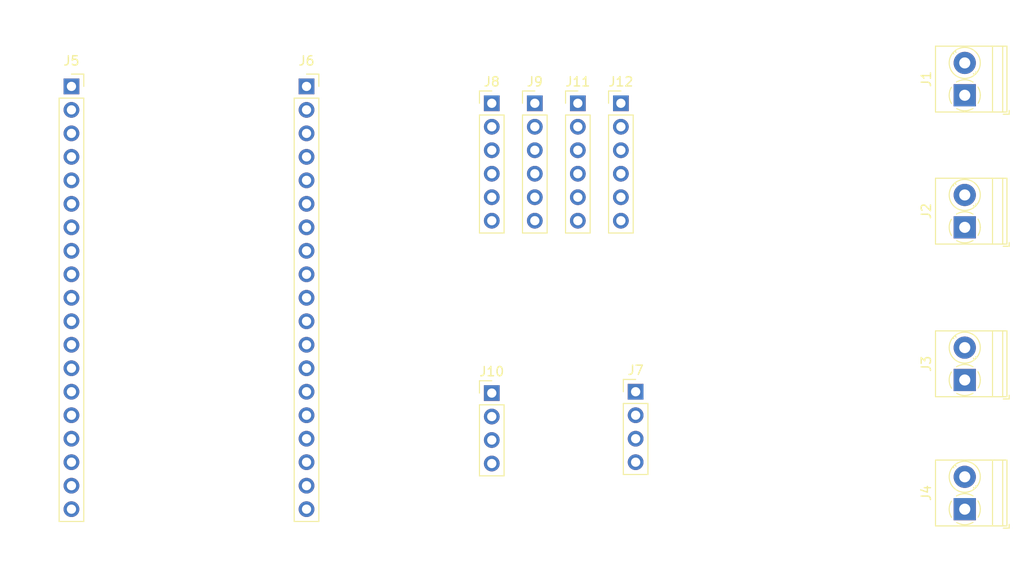
<source format=kicad_pcb>
(kicad_pcb (version 20171130) (host pcbnew "(5.1.9-0-10_14)")

  (general
    (thickness 1.6)
    (drawings 0)
    (tracks 0)
    (zones 0)
    (modules 12)
    (nets 79)
  )

  (page A4)
  (layers
    (0 F.Cu signal)
    (31 B.Cu signal)
    (32 B.Adhes user)
    (33 F.Adhes user)
    (34 B.Paste user)
    (35 F.Paste user)
    (36 B.SilkS user)
    (37 F.SilkS user)
    (38 B.Mask user)
    (39 F.Mask user)
    (40 Dwgs.User user)
    (41 Cmts.User user)
    (42 Eco1.User user)
    (43 Eco2.User user)
    (44 Edge.Cuts user)
    (45 Margin user)
    (46 B.CrtYd user)
    (47 F.CrtYd user)
    (48 B.Fab user)
    (49 F.Fab user)
  )

  (setup
    (last_trace_width 0.25)
    (trace_clearance 0.2)
    (zone_clearance 0.508)
    (zone_45_only no)
    (trace_min 0.2)
    (via_size 0.8)
    (via_drill 0.4)
    (via_min_size 0.4)
    (via_min_drill 0.3)
    (uvia_size 0.3)
    (uvia_drill 0.1)
    (uvias_allowed no)
    (uvia_min_size 0.2)
    (uvia_min_drill 0.1)
    (edge_width 0.05)
    (segment_width 0.2)
    (pcb_text_width 0.3)
    (pcb_text_size 1.5 1.5)
    (mod_edge_width 0.12)
    (mod_text_size 1 1)
    (mod_text_width 0.15)
    (pad_size 1.524 1.524)
    (pad_drill 0.762)
    (pad_to_mask_clearance 0)
    (aux_axis_origin 0 0)
    (visible_elements FFFFFF7F)
    (pcbplotparams
      (layerselection 0x010fc_ffffffff)
      (usegerberextensions false)
      (usegerberattributes true)
      (usegerberadvancedattributes true)
      (creategerberjobfile true)
      (excludeedgelayer true)
      (linewidth 0.100000)
      (plotframeref false)
      (viasonmask false)
      (mode 1)
      (useauxorigin false)
      (hpglpennumber 1)
      (hpglpenspeed 20)
      (hpglpendiameter 15.000000)
      (psnegative false)
      (psa4output false)
      (plotreference true)
      (plotvalue true)
      (plotinvisibletext false)
      (padsonsilk false)
      (subtractmaskfromsilk false)
      (outputformat 1)
      (mirror false)
      (drillshape 1)
      (scaleselection 1)
      (outputdirectory ""))
  )

  (net 0 "")
  (net 1 "Net-(J1-Pad2)")
  (net 2 "Net-(J1-Pad1)")
  (net 3 "Net-(J2-Pad2)")
  (net 4 "Net-(J2-Pad1)")
  (net 5 "Net-(J3-Pad2)")
  (net 6 "Net-(J3-Pad1)")
  (net 7 "Net-(J4-Pad2)")
  (net 8 "Net-(J4-Pad1)")
  (net 9 "Net-(J5-Pad19)")
  (net 10 "Net-(J5-Pad18)")
  (net 11 "Net-(J5-Pad17)")
  (net 12 "Net-(J5-Pad16)")
  (net 13 "Net-(J5-Pad15)")
  (net 14 "Net-(J5-Pad14)")
  (net 15 "Net-(J5-Pad13)")
  (net 16 "Net-(J5-Pad12)")
  (net 17 "Net-(J5-Pad11)")
  (net 18 "Net-(J5-Pad10)")
  (net 19 "Net-(J5-Pad9)")
  (net 20 "Net-(J5-Pad8)")
  (net 21 "Net-(J5-Pad7)")
  (net 22 "Net-(J5-Pad6)")
  (net 23 "Net-(J5-Pad5)")
  (net 24 "Net-(J5-Pad4)")
  (net 25 "Net-(J5-Pad3)")
  (net 26 "Net-(J5-Pad2)")
  (net 27 "Net-(J5-Pad1)")
  (net 28 "Net-(J6-Pad19)")
  (net 29 "Net-(J6-Pad18)")
  (net 30 "Net-(J6-Pad17)")
  (net 31 "Net-(J6-Pad16)")
  (net 32 "Net-(J6-Pad15)")
  (net 33 "Net-(J6-Pad14)")
  (net 34 "Net-(J6-Pad13)")
  (net 35 "Net-(J6-Pad12)")
  (net 36 "Net-(J6-Pad11)")
  (net 37 "Net-(J6-Pad10)")
  (net 38 "Net-(J6-Pad9)")
  (net 39 "Net-(J6-Pad8)")
  (net 40 "Net-(J6-Pad7)")
  (net 41 "Net-(J6-Pad6)")
  (net 42 "Net-(J6-Pad5)")
  (net 43 "Net-(J6-Pad4)")
  (net 44 "Net-(J6-Pad3)")
  (net 45 "Net-(J6-Pad2)")
  (net 46 "Net-(J6-Pad1)")
  (net 47 "Net-(J7-Pad4)")
  (net 48 "Net-(J7-Pad3)")
  (net 49 "Net-(J7-Pad2)")
  (net 50 "Net-(J7-Pad1)")
  (net 51 "Net-(J8-Pad6)")
  (net 52 "Net-(J8-Pad5)")
  (net 53 "Net-(J8-Pad4)")
  (net 54 "Net-(J8-Pad3)")
  (net 55 "Net-(J8-Pad2)")
  (net 56 "Net-(J8-Pad1)")
  (net 57 "Net-(J9-Pad6)")
  (net 58 "Net-(J9-Pad5)")
  (net 59 "Net-(J9-Pad4)")
  (net 60 "Net-(J9-Pad3)")
  (net 61 "Net-(J9-Pad2)")
  (net 62 "Net-(J9-Pad1)")
  (net 63 "Net-(J10-Pad4)")
  (net 64 "Net-(J10-Pad3)")
  (net 65 "Net-(J10-Pad2)")
  (net 66 "Net-(J10-Pad1)")
  (net 67 "Net-(J11-Pad6)")
  (net 68 "Net-(J11-Pad5)")
  (net 69 "Net-(J11-Pad4)")
  (net 70 "Net-(J11-Pad3)")
  (net 71 "Net-(J11-Pad2)")
  (net 72 "Net-(J11-Pad1)")
  (net 73 "Net-(J12-Pad6)")
  (net 74 "Net-(J12-Pad5)")
  (net 75 "Net-(J12-Pad4)")
  (net 76 "Net-(J12-Pad3)")
  (net 77 "Net-(J12-Pad2)")
  (net 78 "Net-(J12-Pad1)")

  (net_class Default "This is the default net class."
    (clearance 0.2)
    (trace_width 0.25)
    (via_dia 0.8)
    (via_drill 0.4)
    (uvia_dia 0.3)
    (uvia_drill 0.1)
    (add_net "Net-(J1-Pad1)")
    (add_net "Net-(J1-Pad2)")
    (add_net "Net-(J10-Pad1)")
    (add_net "Net-(J10-Pad2)")
    (add_net "Net-(J10-Pad3)")
    (add_net "Net-(J10-Pad4)")
    (add_net "Net-(J11-Pad1)")
    (add_net "Net-(J11-Pad2)")
    (add_net "Net-(J11-Pad3)")
    (add_net "Net-(J11-Pad4)")
    (add_net "Net-(J11-Pad5)")
    (add_net "Net-(J11-Pad6)")
    (add_net "Net-(J12-Pad1)")
    (add_net "Net-(J12-Pad2)")
    (add_net "Net-(J12-Pad3)")
    (add_net "Net-(J12-Pad4)")
    (add_net "Net-(J12-Pad5)")
    (add_net "Net-(J12-Pad6)")
    (add_net "Net-(J2-Pad1)")
    (add_net "Net-(J2-Pad2)")
    (add_net "Net-(J3-Pad1)")
    (add_net "Net-(J3-Pad2)")
    (add_net "Net-(J4-Pad1)")
    (add_net "Net-(J4-Pad2)")
    (add_net "Net-(J5-Pad1)")
    (add_net "Net-(J5-Pad10)")
    (add_net "Net-(J5-Pad11)")
    (add_net "Net-(J5-Pad12)")
    (add_net "Net-(J5-Pad13)")
    (add_net "Net-(J5-Pad14)")
    (add_net "Net-(J5-Pad15)")
    (add_net "Net-(J5-Pad16)")
    (add_net "Net-(J5-Pad17)")
    (add_net "Net-(J5-Pad18)")
    (add_net "Net-(J5-Pad19)")
    (add_net "Net-(J5-Pad2)")
    (add_net "Net-(J5-Pad3)")
    (add_net "Net-(J5-Pad4)")
    (add_net "Net-(J5-Pad5)")
    (add_net "Net-(J5-Pad6)")
    (add_net "Net-(J5-Pad7)")
    (add_net "Net-(J5-Pad8)")
    (add_net "Net-(J5-Pad9)")
    (add_net "Net-(J6-Pad1)")
    (add_net "Net-(J6-Pad10)")
    (add_net "Net-(J6-Pad11)")
    (add_net "Net-(J6-Pad12)")
    (add_net "Net-(J6-Pad13)")
    (add_net "Net-(J6-Pad14)")
    (add_net "Net-(J6-Pad15)")
    (add_net "Net-(J6-Pad16)")
    (add_net "Net-(J6-Pad17)")
    (add_net "Net-(J6-Pad18)")
    (add_net "Net-(J6-Pad19)")
    (add_net "Net-(J6-Pad2)")
    (add_net "Net-(J6-Pad3)")
    (add_net "Net-(J6-Pad4)")
    (add_net "Net-(J6-Pad5)")
    (add_net "Net-(J6-Pad6)")
    (add_net "Net-(J6-Pad7)")
    (add_net "Net-(J6-Pad8)")
    (add_net "Net-(J6-Pad9)")
    (add_net "Net-(J7-Pad1)")
    (add_net "Net-(J7-Pad2)")
    (add_net "Net-(J7-Pad3)")
    (add_net "Net-(J7-Pad4)")
    (add_net "Net-(J8-Pad1)")
    (add_net "Net-(J8-Pad2)")
    (add_net "Net-(J8-Pad3)")
    (add_net "Net-(J8-Pad4)")
    (add_net "Net-(J8-Pad5)")
    (add_net "Net-(J8-Pad6)")
    (add_net "Net-(J9-Pad1)")
    (add_net "Net-(J9-Pad2)")
    (add_net "Net-(J9-Pad3)")
    (add_net "Net-(J9-Pad4)")
    (add_net "Net-(J9-Pad5)")
    (add_net "Net-(J9-Pad6)")
  )

  (module TerminalBlock_Phoenix:TerminalBlock_Phoenix_PT-1,5-2-3.5-H_1x02_P3.50mm_Horizontal (layer F.Cu) (tedit 5B294F3F) (tstamp 6050DD60)
    (at 123.19 69.85 90)
    (descr "Terminal Block Phoenix PT-1,5-2-3.5-H, 2 pins, pitch 3.5mm, size 7x7.6mm^2, drill diamater 1.2mm, pad diameter 2.4mm, see , script-generated using https://github.com/pointhi/kicad-footprint-generator/scripts/TerminalBlock_Phoenix")
    (tags "THT Terminal Block Phoenix PT-1,5-2-3.5-H pitch 3.5mm size 7x7.6mm^2 drill 1.2mm pad 2.4mm")
    (path /60511B46)
    (fp_text reference J4 (at 1.75 -4.16 90) (layer F.SilkS)
      (effects (font (size 1 1) (thickness 0.15)))
    )
    (fp_text value Screw_Terminal_01x02 (at 1.75 5.56 90) (layer F.Fab)
      (effects (font (size 1 1) (thickness 0.15)))
    )
    (fp_text user %R (at 1.75 2.4 90) (layer F.Fab)
      (effects (font (size 1 1) (thickness 0.15)))
    )
    (fp_arc (start 0 0) (end -0.866 1.44) (angle -32) (layer F.SilkS) (width 0.12))
    (fp_arc (start 0 0) (end -1.44 -0.866) (angle -63) (layer F.SilkS) (width 0.12))
    (fp_arc (start 0 0) (end 0.866 -1.44) (angle -63) (layer F.SilkS) (width 0.12))
    (fp_arc (start 0 0) (end 1.425 0.891) (angle -64) (layer F.SilkS) (width 0.12))
    (fp_arc (start 0 0) (end 0 1.68) (angle -32) (layer F.SilkS) (width 0.12))
    (fp_circle (center 0 0) (end 1.5 0) (layer F.Fab) (width 0.1))
    (fp_circle (center 3.5 0) (end 5 0) (layer F.Fab) (width 0.1))
    (fp_circle (center 3.5 0) (end 5.18 0) (layer F.SilkS) (width 0.12))
    (fp_line (start -1.75 -3.1) (end 5.25 -3.1) (layer F.Fab) (width 0.1))
    (fp_line (start 5.25 -3.1) (end 5.25 4.5) (layer F.Fab) (width 0.1))
    (fp_line (start 5.25 4.5) (end -1.35 4.5) (layer F.Fab) (width 0.1))
    (fp_line (start -1.35 4.5) (end -1.75 4.1) (layer F.Fab) (width 0.1))
    (fp_line (start -1.75 4.1) (end -1.75 -3.1) (layer F.Fab) (width 0.1))
    (fp_line (start -1.75 4.1) (end 5.25 4.1) (layer F.Fab) (width 0.1))
    (fp_line (start -1.81 4.1) (end 5.31 4.1) (layer F.SilkS) (width 0.12))
    (fp_line (start -1.75 3) (end 5.25 3) (layer F.Fab) (width 0.1))
    (fp_line (start -1.81 3) (end 5.31 3) (layer F.SilkS) (width 0.12))
    (fp_line (start -1.81 -3.16) (end 5.31 -3.16) (layer F.SilkS) (width 0.12))
    (fp_line (start -1.81 4.56) (end 5.31 4.56) (layer F.SilkS) (width 0.12))
    (fp_line (start -1.81 -3.16) (end -1.81 4.56) (layer F.SilkS) (width 0.12))
    (fp_line (start 5.31 -3.16) (end 5.31 4.56) (layer F.SilkS) (width 0.12))
    (fp_line (start 1.138 -0.955) (end -0.955 1.138) (layer F.Fab) (width 0.1))
    (fp_line (start 0.955 -1.138) (end -1.138 0.955) (layer F.Fab) (width 0.1))
    (fp_line (start 4.638 -0.955) (end 2.546 1.138) (layer F.Fab) (width 0.1))
    (fp_line (start 4.455 -1.138) (end 2.363 0.955) (layer F.Fab) (width 0.1))
    (fp_line (start 4.775 -1.069) (end 4.646 -0.941) (layer F.SilkS) (width 0.12))
    (fp_line (start 2.525 1.181) (end 2.431 1.274) (layer F.SilkS) (width 0.12))
    (fp_line (start 4.57 -1.275) (end 4.476 -1.181) (layer F.SilkS) (width 0.12))
    (fp_line (start 2.355 0.941) (end 2.226 1.069) (layer F.SilkS) (width 0.12))
    (fp_line (start -2.05 4.16) (end -2.05 4.8) (layer F.SilkS) (width 0.12))
    (fp_line (start -2.05 4.8) (end -1.65 4.8) (layer F.SilkS) (width 0.12))
    (fp_line (start -2.25 -3.6) (end -2.25 5) (layer F.CrtYd) (width 0.05))
    (fp_line (start -2.25 5) (end 5.75 5) (layer F.CrtYd) (width 0.05))
    (fp_line (start 5.75 5) (end 5.75 -3.6) (layer F.CrtYd) (width 0.05))
    (fp_line (start 5.75 -3.6) (end -2.25 -3.6) (layer F.CrtYd) (width 0.05))
    (pad 2 thru_hole circle (at 3.5 0 90) (size 2.4 2.4) (drill 1.2) (layers *.Cu *.Mask)
      (net 7 "Net-(J4-Pad2)"))
    (pad 1 thru_hole rect (at 0 0 90) (size 2.4 2.4) (drill 1.2) (layers *.Cu *.Mask)
      (net 8 "Net-(J4-Pad1)"))
    (model ${KISYS3DMOD}/TerminalBlock_Phoenix.3dshapes/TerminalBlock_Phoenix_PT-1,5-2-3.5-H_1x02_P3.50mm_Horizontal.wrl
      (at (xyz 0 0 0))
      (scale (xyz 1 1 1))
      (rotate (xyz 0 0 0))
    )
  )

  (module TerminalBlock_Phoenix:TerminalBlock_Phoenix_PT-1,5-2-3.5-H_1x02_P3.50mm_Horizontal (layer F.Cu) (tedit 5B294F3F) (tstamp 6050DCF9)
    (at 123.19 55.88 90)
    (descr "Terminal Block Phoenix PT-1,5-2-3.5-H, 2 pins, pitch 3.5mm, size 7x7.6mm^2, drill diamater 1.2mm, pad diameter 2.4mm, see , script-generated using https://github.com/pointhi/kicad-footprint-generator/scripts/TerminalBlock_Phoenix")
    (tags "THT Terminal Block Phoenix PT-1,5-2-3.5-H pitch 3.5mm size 7x7.6mm^2 drill 1.2mm pad 2.4mm")
    (path /6051163B)
    (fp_text reference J3 (at 1.75 -4.16 90) (layer F.SilkS)
      (effects (font (size 1 1) (thickness 0.15)))
    )
    (fp_text value Screw_Terminal_01x02 (at 1.75 5.56 90) (layer F.Fab)
      (effects (font (size 1 1) (thickness 0.15)))
    )
    (fp_text user %R (at 1.75 2.4 90) (layer F.Fab)
      (effects (font (size 1 1) (thickness 0.15)))
    )
    (fp_arc (start 0 0) (end -0.866 1.44) (angle -32) (layer F.SilkS) (width 0.12))
    (fp_arc (start 0 0) (end -1.44 -0.866) (angle -63) (layer F.SilkS) (width 0.12))
    (fp_arc (start 0 0) (end 0.866 -1.44) (angle -63) (layer F.SilkS) (width 0.12))
    (fp_arc (start 0 0) (end 1.425 0.891) (angle -64) (layer F.SilkS) (width 0.12))
    (fp_arc (start 0 0) (end 0 1.68) (angle -32) (layer F.SilkS) (width 0.12))
    (fp_circle (center 0 0) (end 1.5 0) (layer F.Fab) (width 0.1))
    (fp_circle (center 3.5 0) (end 5 0) (layer F.Fab) (width 0.1))
    (fp_circle (center 3.5 0) (end 5.18 0) (layer F.SilkS) (width 0.12))
    (fp_line (start -1.75 -3.1) (end 5.25 -3.1) (layer F.Fab) (width 0.1))
    (fp_line (start 5.25 -3.1) (end 5.25 4.5) (layer F.Fab) (width 0.1))
    (fp_line (start 5.25 4.5) (end -1.35 4.5) (layer F.Fab) (width 0.1))
    (fp_line (start -1.35 4.5) (end -1.75 4.1) (layer F.Fab) (width 0.1))
    (fp_line (start -1.75 4.1) (end -1.75 -3.1) (layer F.Fab) (width 0.1))
    (fp_line (start -1.75 4.1) (end 5.25 4.1) (layer F.Fab) (width 0.1))
    (fp_line (start -1.81 4.1) (end 5.31 4.1) (layer F.SilkS) (width 0.12))
    (fp_line (start -1.75 3) (end 5.25 3) (layer F.Fab) (width 0.1))
    (fp_line (start -1.81 3) (end 5.31 3) (layer F.SilkS) (width 0.12))
    (fp_line (start -1.81 -3.16) (end 5.31 -3.16) (layer F.SilkS) (width 0.12))
    (fp_line (start -1.81 4.56) (end 5.31 4.56) (layer F.SilkS) (width 0.12))
    (fp_line (start -1.81 -3.16) (end -1.81 4.56) (layer F.SilkS) (width 0.12))
    (fp_line (start 5.31 -3.16) (end 5.31 4.56) (layer F.SilkS) (width 0.12))
    (fp_line (start 1.138 -0.955) (end -0.955 1.138) (layer F.Fab) (width 0.1))
    (fp_line (start 0.955 -1.138) (end -1.138 0.955) (layer F.Fab) (width 0.1))
    (fp_line (start 4.638 -0.955) (end 2.546 1.138) (layer F.Fab) (width 0.1))
    (fp_line (start 4.455 -1.138) (end 2.363 0.955) (layer F.Fab) (width 0.1))
    (fp_line (start 4.775 -1.069) (end 4.646 -0.941) (layer F.SilkS) (width 0.12))
    (fp_line (start 2.525 1.181) (end 2.431 1.274) (layer F.SilkS) (width 0.12))
    (fp_line (start 4.57 -1.275) (end 4.476 -1.181) (layer F.SilkS) (width 0.12))
    (fp_line (start 2.355 0.941) (end 2.226 1.069) (layer F.SilkS) (width 0.12))
    (fp_line (start -2.05 4.16) (end -2.05 4.8) (layer F.SilkS) (width 0.12))
    (fp_line (start -2.05 4.8) (end -1.65 4.8) (layer F.SilkS) (width 0.12))
    (fp_line (start -2.25 -3.6) (end -2.25 5) (layer F.CrtYd) (width 0.05))
    (fp_line (start -2.25 5) (end 5.75 5) (layer F.CrtYd) (width 0.05))
    (fp_line (start 5.75 5) (end 5.75 -3.6) (layer F.CrtYd) (width 0.05))
    (fp_line (start 5.75 -3.6) (end -2.25 -3.6) (layer F.CrtYd) (width 0.05))
    (pad 2 thru_hole circle (at 3.5 0 90) (size 2.4 2.4) (drill 1.2) (layers *.Cu *.Mask)
      (net 5 "Net-(J3-Pad2)"))
    (pad 1 thru_hole rect (at 0 0 90) (size 2.4 2.4) (drill 1.2) (layers *.Cu *.Mask)
      (net 6 "Net-(J3-Pad1)"))
    (model ${KISYS3DMOD}/TerminalBlock_Phoenix.3dshapes/TerminalBlock_Phoenix_PT-1,5-2-3.5-H_1x02_P3.50mm_Horizontal.wrl
      (at (xyz 0 0 0))
      (scale (xyz 1 1 1))
      (rotate (xyz 0 0 0))
    )
  )

  (module TerminalBlock_Phoenix:TerminalBlock_Phoenix_PT-1,5-2-3.5-H_1x02_P3.50mm_Horizontal (layer F.Cu) (tedit 5B294F3F) (tstamp 6050DC92)
    (at 123.19 39.37 90)
    (descr "Terminal Block Phoenix PT-1,5-2-3.5-H, 2 pins, pitch 3.5mm, size 7x7.6mm^2, drill diamater 1.2mm, pad diameter 2.4mm, see , script-generated using https://github.com/pointhi/kicad-footprint-generator/scripts/TerminalBlock_Phoenix")
    (tags "THT Terminal Block Phoenix PT-1,5-2-3.5-H pitch 3.5mm size 7x7.6mm^2 drill 1.2mm pad 2.4mm")
    (path /60510FBC)
    (fp_text reference J2 (at 1.75 -4.16 90) (layer F.SilkS)
      (effects (font (size 1 1) (thickness 0.15)))
    )
    (fp_text value Screw_Terminal_01x02 (at 1.75 5.56 90) (layer F.Fab)
      (effects (font (size 1 1) (thickness 0.15)))
    )
    (fp_text user %R (at 1.75 2.4 90) (layer F.Fab)
      (effects (font (size 1 1) (thickness 0.15)))
    )
    (fp_arc (start 0 0) (end -0.866 1.44) (angle -32) (layer F.SilkS) (width 0.12))
    (fp_arc (start 0 0) (end -1.44 -0.866) (angle -63) (layer F.SilkS) (width 0.12))
    (fp_arc (start 0 0) (end 0.866 -1.44) (angle -63) (layer F.SilkS) (width 0.12))
    (fp_arc (start 0 0) (end 1.425 0.891) (angle -64) (layer F.SilkS) (width 0.12))
    (fp_arc (start 0 0) (end 0 1.68) (angle -32) (layer F.SilkS) (width 0.12))
    (fp_circle (center 0 0) (end 1.5 0) (layer F.Fab) (width 0.1))
    (fp_circle (center 3.5 0) (end 5 0) (layer F.Fab) (width 0.1))
    (fp_circle (center 3.5 0) (end 5.18 0) (layer F.SilkS) (width 0.12))
    (fp_line (start -1.75 -3.1) (end 5.25 -3.1) (layer F.Fab) (width 0.1))
    (fp_line (start 5.25 -3.1) (end 5.25 4.5) (layer F.Fab) (width 0.1))
    (fp_line (start 5.25 4.5) (end -1.35 4.5) (layer F.Fab) (width 0.1))
    (fp_line (start -1.35 4.5) (end -1.75 4.1) (layer F.Fab) (width 0.1))
    (fp_line (start -1.75 4.1) (end -1.75 -3.1) (layer F.Fab) (width 0.1))
    (fp_line (start -1.75 4.1) (end 5.25 4.1) (layer F.Fab) (width 0.1))
    (fp_line (start -1.81 4.1) (end 5.31 4.1) (layer F.SilkS) (width 0.12))
    (fp_line (start -1.75 3) (end 5.25 3) (layer F.Fab) (width 0.1))
    (fp_line (start -1.81 3) (end 5.31 3) (layer F.SilkS) (width 0.12))
    (fp_line (start -1.81 -3.16) (end 5.31 -3.16) (layer F.SilkS) (width 0.12))
    (fp_line (start -1.81 4.56) (end 5.31 4.56) (layer F.SilkS) (width 0.12))
    (fp_line (start -1.81 -3.16) (end -1.81 4.56) (layer F.SilkS) (width 0.12))
    (fp_line (start 5.31 -3.16) (end 5.31 4.56) (layer F.SilkS) (width 0.12))
    (fp_line (start 1.138 -0.955) (end -0.955 1.138) (layer F.Fab) (width 0.1))
    (fp_line (start 0.955 -1.138) (end -1.138 0.955) (layer F.Fab) (width 0.1))
    (fp_line (start 4.638 -0.955) (end 2.546 1.138) (layer F.Fab) (width 0.1))
    (fp_line (start 4.455 -1.138) (end 2.363 0.955) (layer F.Fab) (width 0.1))
    (fp_line (start 4.775 -1.069) (end 4.646 -0.941) (layer F.SilkS) (width 0.12))
    (fp_line (start 2.525 1.181) (end 2.431 1.274) (layer F.SilkS) (width 0.12))
    (fp_line (start 4.57 -1.275) (end 4.476 -1.181) (layer F.SilkS) (width 0.12))
    (fp_line (start 2.355 0.941) (end 2.226 1.069) (layer F.SilkS) (width 0.12))
    (fp_line (start -2.05 4.16) (end -2.05 4.8) (layer F.SilkS) (width 0.12))
    (fp_line (start -2.05 4.8) (end -1.65 4.8) (layer F.SilkS) (width 0.12))
    (fp_line (start -2.25 -3.6) (end -2.25 5) (layer F.CrtYd) (width 0.05))
    (fp_line (start -2.25 5) (end 5.75 5) (layer F.CrtYd) (width 0.05))
    (fp_line (start 5.75 5) (end 5.75 -3.6) (layer F.CrtYd) (width 0.05))
    (fp_line (start 5.75 -3.6) (end -2.25 -3.6) (layer F.CrtYd) (width 0.05))
    (pad 2 thru_hole circle (at 3.5 0 90) (size 2.4 2.4) (drill 1.2) (layers *.Cu *.Mask)
      (net 3 "Net-(J2-Pad2)"))
    (pad 1 thru_hole rect (at 0 0 90) (size 2.4 2.4) (drill 1.2) (layers *.Cu *.Mask)
      (net 4 "Net-(J2-Pad1)"))
    (model ${KISYS3DMOD}/TerminalBlock_Phoenix.3dshapes/TerminalBlock_Phoenix_PT-1,5-2-3.5-H_1x02_P3.50mm_Horizontal.wrl
      (at (xyz 0 0 0))
      (scale (xyz 1 1 1))
      (rotate (xyz 0 0 0))
    )
  )

  (module TerminalBlock_Phoenix:TerminalBlock_Phoenix_PT-1,5-2-3.5-H_1x02_P3.50mm_Horizontal (layer F.Cu) (tedit 5B294F3F) (tstamp 6050DC2B)
    (at 123.19 25.09 90)
    (descr "Terminal Block Phoenix PT-1,5-2-3.5-H, 2 pins, pitch 3.5mm, size 7x7.6mm^2, drill diamater 1.2mm, pad diameter 2.4mm, see , script-generated using https://github.com/pointhi/kicad-footprint-generator/scripts/TerminalBlock_Phoenix")
    (tags "THT Terminal Block Phoenix PT-1,5-2-3.5-H pitch 3.5mm size 7x7.6mm^2 drill 1.2mm pad 2.4mm")
    (path /6050F85C)
    (fp_text reference J1 (at 1.75 -4.16 90) (layer F.SilkS)
      (effects (font (size 1 1) (thickness 0.15)))
    )
    (fp_text value Screw_Terminal_01x02 (at 1.75 5.56 90) (layer F.Fab)
      (effects (font (size 1 1) (thickness 0.15)))
    )
    (fp_text user %R (at 1.75 2.4 90) (layer F.Fab)
      (effects (font (size 1 1) (thickness 0.15)))
    )
    (fp_arc (start 0 0) (end -0.866 1.44) (angle -32) (layer F.SilkS) (width 0.12))
    (fp_arc (start 0 0) (end -1.44 -0.866) (angle -63) (layer F.SilkS) (width 0.12))
    (fp_arc (start 0 0) (end 0.866 -1.44) (angle -63) (layer F.SilkS) (width 0.12))
    (fp_arc (start 0 0) (end 1.425 0.891) (angle -64) (layer F.SilkS) (width 0.12))
    (fp_arc (start 0 0) (end 0 1.68) (angle -32) (layer F.SilkS) (width 0.12))
    (fp_circle (center 0 0) (end 1.5 0) (layer F.Fab) (width 0.1))
    (fp_circle (center 3.5 0) (end 5 0) (layer F.Fab) (width 0.1))
    (fp_circle (center 3.5 0) (end 5.18 0) (layer F.SilkS) (width 0.12))
    (fp_line (start -1.75 -3.1) (end 5.25 -3.1) (layer F.Fab) (width 0.1))
    (fp_line (start 5.25 -3.1) (end 5.25 4.5) (layer F.Fab) (width 0.1))
    (fp_line (start 5.25 4.5) (end -1.35 4.5) (layer F.Fab) (width 0.1))
    (fp_line (start -1.35 4.5) (end -1.75 4.1) (layer F.Fab) (width 0.1))
    (fp_line (start -1.75 4.1) (end -1.75 -3.1) (layer F.Fab) (width 0.1))
    (fp_line (start -1.75 4.1) (end 5.25 4.1) (layer F.Fab) (width 0.1))
    (fp_line (start -1.81 4.1) (end 5.31 4.1) (layer F.SilkS) (width 0.12))
    (fp_line (start -1.75 3) (end 5.25 3) (layer F.Fab) (width 0.1))
    (fp_line (start -1.81 3) (end 5.31 3) (layer F.SilkS) (width 0.12))
    (fp_line (start -1.81 -3.16) (end 5.31 -3.16) (layer F.SilkS) (width 0.12))
    (fp_line (start -1.81 4.56) (end 5.31 4.56) (layer F.SilkS) (width 0.12))
    (fp_line (start -1.81 -3.16) (end -1.81 4.56) (layer F.SilkS) (width 0.12))
    (fp_line (start 5.31 -3.16) (end 5.31 4.56) (layer F.SilkS) (width 0.12))
    (fp_line (start 1.138 -0.955) (end -0.955 1.138) (layer F.Fab) (width 0.1))
    (fp_line (start 0.955 -1.138) (end -1.138 0.955) (layer F.Fab) (width 0.1))
    (fp_line (start 4.638 -0.955) (end 2.546 1.138) (layer F.Fab) (width 0.1))
    (fp_line (start 4.455 -1.138) (end 2.363 0.955) (layer F.Fab) (width 0.1))
    (fp_line (start 4.775 -1.069) (end 4.646 -0.941) (layer F.SilkS) (width 0.12))
    (fp_line (start 2.525 1.181) (end 2.431 1.274) (layer F.SilkS) (width 0.12))
    (fp_line (start 4.57 -1.275) (end 4.476 -1.181) (layer F.SilkS) (width 0.12))
    (fp_line (start 2.355 0.941) (end 2.226 1.069) (layer F.SilkS) (width 0.12))
    (fp_line (start -2.05 4.16) (end -2.05 4.8) (layer F.SilkS) (width 0.12))
    (fp_line (start -2.05 4.8) (end -1.65 4.8) (layer F.SilkS) (width 0.12))
    (fp_line (start -2.25 -3.6) (end -2.25 5) (layer F.CrtYd) (width 0.05))
    (fp_line (start -2.25 5) (end 5.75 5) (layer F.CrtYd) (width 0.05))
    (fp_line (start 5.75 5) (end 5.75 -3.6) (layer F.CrtYd) (width 0.05))
    (fp_line (start 5.75 -3.6) (end -2.25 -3.6) (layer F.CrtYd) (width 0.05))
    (pad 2 thru_hole circle (at 3.5 0 90) (size 2.4 2.4) (drill 1.2) (layers *.Cu *.Mask)
      (net 1 "Net-(J1-Pad2)"))
    (pad 1 thru_hole rect (at 0 0 90) (size 2.4 2.4) (drill 1.2) (layers *.Cu *.Mask)
      (net 2 "Net-(J1-Pad1)"))
    (model ${KISYS3DMOD}/TerminalBlock_Phoenix.3dshapes/TerminalBlock_Phoenix_PT-1,5-2-3.5-H_1x02_P3.50mm_Horizontal.wrl
      (at (xyz 0 0 0))
      (scale (xyz 1 1 1))
      (rotate (xyz 0 0 0))
    )
  )

  (module Connector_PinSocket_2.54mm:PinSocket_1x19_P2.54mm_Vertical (layer F.Cu) (tedit 5A19A430) (tstamp 6050DDAE)
    (at 52.07 24.13)
    (descr "Through hole straight socket strip, 1x19, 2.54mm pitch, single row (from Kicad 4.0.7), script generated")
    (tags "Through hole socket strip THT 1x19 2.54mm single row")
    (path /60504D3E)
    (fp_text reference J6 (at 0 -2.77) (layer F.SilkS)
      (effects (font (size 1 1) (thickness 0.15)))
    )
    (fp_text value Conn_01x19_Female (at 0 48.49) (layer F.Fab)
      (effects (font (size 1 1) (thickness 0.15)))
    )
    (fp_text user %R (at 0 22.86 90) (layer F.Fab)
      (effects (font (size 1 1) (thickness 0.15)))
    )
    (fp_line (start -1.27 -1.27) (end 0.635 -1.27) (layer F.Fab) (width 0.1))
    (fp_line (start 0.635 -1.27) (end 1.27 -0.635) (layer F.Fab) (width 0.1))
    (fp_line (start 1.27 -0.635) (end 1.27 46.99) (layer F.Fab) (width 0.1))
    (fp_line (start 1.27 46.99) (end -1.27 46.99) (layer F.Fab) (width 0.1))
    (fp_line (start -1.27 46.99) (end -1.27 -1.27) (layer F.Fab) (width 0.1))
    (fp_line (start -1.33 1.27) (end 1.33 1.27) (layer F.SilkS) (width 0.12))
    (fp_line (start -1.33 1.27) (end -1.33 47.05) (layer F.SilkS) (width 0.12))
    (fp_line (start -1.33 47.05) (end 1.33 47.05) (layer F.SilkS) (width 0.12))
    (fp_line (start 1.33 1.27) (end 1.33 47.05) (layer F.SilkS) (width 0.12))
    (fp_line (start 1.33 -1.33) (end 1.33 0) (layer F.SilkS) (width 0.12))
    (fp_line (start 0 -1.33) (end 1.33 -1.33) (layer F.SilkS) (width 0.12))
    (fp_line (start -1.8 -1.8) (end 1.75 -1.8) (layer F.CrtYd) (width 0.05))
    (fp_line (start 1.75 -1.8) (end 1.75 47.5) (layer F.CrtYd) (width 0.05))
    (fp_line (start 1.75 47.5) (end -1.8 47.5) (layer F.CrtYd) (width 0.05))
    (fp_line (start -1.8 47.5) (end -1.8 -1.8) (layer F.CrtYd) (width 0.05))
    (pad 19 thru_hole oval (at 0 45.72) (size 1.7 1.7) (drill 1) (layers *.Cu *.Mask)
      (net 28 "Net-(J6-Pad19)"))
    (pad 18 thru_hole oval (at 0 43.18) (size 1.7 1.7) (drill 1) (layers *.Cu *.Mask)
      (net 29 "Net-(J6-Pad18)"))
    (pad 17 thru_hole oval (at 0 40.64) (size 1.7 1.7) (drill 1) (layers *.Cu *.Mask)
      (net 30 "Net-(J6-Pad17)"))
    (pad 16 thru_hole oval (at 0 38.1) (size 1.7 1.7) (drill 1) (layers *.Cu *.Mask)
      (net 31 "Net-(J6-Pad16)"))
    (pad 15 thru_hole oval (at 0 35.56) (size 1.7 1.7) (drill 1) (layers *.Cu *.Mask)
      (net 32 "Net-(J6-Pad15)"))
    (pad 14 thru_hole oval (at 0 33.02) (size 1.7 1.7) (drill 1) (layers *.Cu *.Mask)
      (net 33 "Net-(J6-Pad14)"))
    (pad 13 thru_hole oval (at 0 30.48) (size 1.7 1.7) (drill 1) (layers *.Cu *.Mask)
      (net 34 "Net-(J6-Pad13)"))
    (pad 12 thru_hole oval (at 0 27.94) (size 1.7 1.7) (drill 1) (layers *.Cu *.Mask)
      (net 35 "Net-(J6-Pad12)"))
    (pad 11 thru_hole oval (at 0 25.4) (size 1.7 1.7) (drill 1) (layers *.Cu *.Mask)
      (net 36 "Net-(J6-Pad11)"))
    (pad 10 thru_hole oval (at 0 22.86) (size 1.7 1.7) (drill 1) (layers *.Cu *.Mask)
      (net 37 "Net-(J6-Pad10)"))
    (pad 9 thru_hole oval (at 0 20.32) (size 1.7 1.7) (drill 1) (layers *.Cu *.Mask)
      (net 38 "Net-(J6-Pad9)"))
    (pad 8 thru_hole oval (at 0 17.78) (size 1.7 1.7) (drill 1) (layers *.Cu *.Mask)
      (net 39 "Net-(J6-Pad8)"))
    (pad 7 thru_hole oval (at 0 15.24) (size 1.7 1.7) (drill 1) (layers *.Cu *.Mask)
      (net 40 "Net-(J6-Pad7)"))
    (pad 6 thru_hole oval (at 0 12.7) (size 1.7 1.7) (drill 1) (layers *.Cu *.Mask)
      (net 41 "Net-(J6-Pad6)"))
    (pad 5 thru_hole oval (at 0 10.16) (size 1.7 1.7) (drill 1) (layers *.Cu *.Mask)
      (net 42 "Net-(J6-Pad5)"))
    (pad 4 thru_hole oval (at 0 7.62) (size 1.7 1.7) (drill 1) (layers *.Cu *.Mask)
      (net 43 "Net-(J6-Pad4)"))
    (pad 3 thru_hole oval (at 0 5.08) (size 1.7 1.7) (drill 1) (layers *.Cu *.Mask)
      (net 44 "Net-(J6-Pad3)"))
    (pad 2 thru_hole oval (at 0 2.54) (size 1.7 1.7) (drill 1) (layers *.Cu *.Mask)
      (net 45 "Net-(J6-Pad2)"))
    (pad 1 thru_hole rect (at 0 0) (size 1.7 1.7) (drill 1) (layers *.Cu *.Mask)
      (net 46 "Net-(J6-Pad1)"))
    (model ${KISYS3DMOD}/Connector_PinSocket_2.54mm.3dshapes/PinSocket_1x19_P2.54mm_Vertical.wrl
      (at (xyz 0 0 0))
      (scale (xyz 1 1 1))
      (rotate (xyz 0 0 0))
    )
  )

  (module Connector_PinSocket_2.54mm:PinSocket_1x19_P2.54mm_Vertical (layer F.Cu) (tedit 5A19A430) (tstamp 6050DD87)
    (at 26.67 24.13)
    (descr "Through hole straight socket strip, 1x19, 2.54mm pitch, single row (from Kicad 4.0.7), script generated")
    (tags "Through hole socket strip THT 1x19 2.54mm single row")
    (path /604FC192)
    (fp_text reference J5 (at 0 -2.77) (layer F.SilkS)
      (effects (font (size 1 1) (thickness 0.15)))
    )
    (fp_text value Conn_01x19_Female (at 0 48.49) (layer F.Fab)
      (effects (font (size 1 1) (thickness 0.15)))
    )
    (fp_text user %R (at 0 22.86 90) (layer F.Fab)
      (effects (font (size 1 1) (thickness 0.15)))
    )
    (fp_line (start -1.27 -1.27) (end 0.635 -1.27) (layer F.Fab) (width 0.1))
    (fp_line (start 0.635 -1.27) (end 1.27 -0.635) (layer F.Fab) (width 0.1))
    (fp_line (start 1.27 -0.635) (end 1.27 46.99) (layer F.Fab) (width 0.1))
    (fp_line (start 1.27 46.99) (end -1.27 46.99) (layer F.Fab) (width 0.1))
    (fp_line (start -1.27 46.99) (end -1.27 -1.27) (layer F.Fab) (width 0.1))
    (fp_line (start -1.33 1.27) (end 1.33 1.27) (layer F.SilkS) (width 0.12))
    (fp_line (start -1.33 1.27) (end -1.33 47.05) (layer F.SilkS) (width 0.12))
    (fp_line (start -1.33 47.05) (end 1.33 47.05) (layer F.SilkS) (width 0.12))
    (fp_line (start 1.33 1.27) (end 1.33 47.05) (layer F.SilkS) (width 0.12))
    (fp_line (start 1.33 -1.33) (end 1.33 0) (layer F.SilkS) (width 0.12))
    (fp_line (start 0 -1.33) (end 1.33 -1.33) (layer F.SilkS) (width 0.12))
    (fp_line (start -1.8 -1.8) (end 1.75 -1.8) (layer F.CrtYd) (width 0.05))
    (fp_line (start 1.75 -1.8) (end 1.75 47.5) (layer F.CrtYd) (width 0.05))
    (fp_line (start 1.75 47.5) (end -1.8 47.5) (layer F.CrtYd) (width 0.05))
    (fp_line (start -1.8 47.5) (end -1.8 -1.8) (layer F.CrtYd) (width 0.05))
    (pad 19 thru_hole oval (at 0 45.72) (size 1.7 1.7) (drill 1) (layers *.Cu *.Mask)
      (net 9 "Net-(J5-Pad19)"))
    (pad 18 thru_hole oval (at 0 43.18) (size 1.7 1.7) (drill 1) (layers *.Cu *.Mask)
      (net 10 "Net-(J5-Pad18)"))
    (pad 17 thru_hole oval (at 0 40.64) (size 1.7 1.7) (drill 1) (layers *.Cu *.Mask)
      (net 11 "Net-(J5-Pad17)"))
    (pad 16 thru_hole oval (at 0 38.1) (size 1.7 1.7) (drill 1) (layers *.Cu *.Mask)
      (net 12 "Net-(J5-Pad16)"))
    (pad 15 thru_hole oval (at 0 35.56) (size 1.7 1.7) (drill 1) (layers *.Cu *.Mask)
      (net 13 "Net-(J5-Pad15)"))
    (pad 14 thru_hole oval (at 0 33.02) (size 1.7 1.7) (drill 1) (layers *.Cu *.Mask)
      (net 14 "Net-(J5-Pad14)"))
    (pad 13 thru_hole oval (at 0 30.48) (size 1.7 1.7) (drill 1) (layers *.Cu *.Mask)
      (net 15 "Net-(J5-Pad13)"))
    (pad 12 thru_hole oval (at 0 27.94) (size 1.7 1.7) (drill 1) (layers *.Cu *.Mask)
      (net 16 "Net-(J5-Pad12)"))
    (pad 11 thru_hole oval (at 0 25.4) (size 1.7 1.7) (drill 1) (layers *.Cu *.Mask)
      (net 17 "Net-(J5-Pad11)"))
    (pad 10 thru_hole oval (at 0 22.86) (size 1.7 1.7) (drill 1) (layers *.Cu *.Mask)
      (net 18 "Net-(J5-Pad10)"))
    (pad 9 thru_hole oval (at 0 20.32) (size 1.7 1.7) (drill 1) (layers *.Cu *.Mask)
      (net 19 "Net-(J5-Pad9)"))
    (pad 8 thru_hole oval (at 0 17.78) (size 1.7 1.7) (drill 1) (layers *.Cu *.Mask)
      (net 20 "Net-(J5-Pad8)"))
    (pad 7 thru_hole oval (at 0 15.24) (size 1.7 1.7) (drill 1) (layers *.Cu *.Mask)
      (net 21 "Net-(J5-Pad7)"))
    (pad 6 thru_hole oval (at 0 12.7) (size 1.7 1.7) (drill 1) (layers *.Cu *.Mask)
      (net 22 "Net-(J5-Pad6)"))
    (pad 5 thru_hole oval (at 0 10.16) (size 1.7 1.7) (drill 1) (layers *.Cu *.Mask)
      (net 23 "Net-(J5-Pad5)"))
    (pad 4 thru_hole oval (at 0 7.62) (size 1.7 1.7) (drill 1) (layers *.Cu *.Mask)
      (net 24 "Net-(J5-Pad4)"))
    (pad 3 thru_hole oval (at 0 5.08) (size 1.7 1.7) (drill 1) (layers *.Cu *.Mask)
      (net 25 "Net-(J5-Pad3)"))
    (pad 2 thru_hole oval (at 0 2.54) (size 1.7 1.7) (drill 1) (layers *.Cu *.Mask)
      (net 26 "Net-(J5-Pad2)"))
    (pad 1 thru_hole rect (at 0 0) (size 1.7 1.7) (drill 1) (layers *.Cu *.Mask)
      (net 27 "Net-(J5-Pad1)"))
    (model ${KISYS3DMOD}/Connector_PinSocket_2.54mm.3dshapes/PinSocket_1x19_P2.54mm_Vertical.wrl
      (at (xyz 0 0 0))
      (scale (xyz 1 1 1))
      (rotate (xyz 0 0 0))
    )
  )

  (module Connector_PinHeader_2.54mm:PinHeader_1x06_P2.54mm_Vertical (layer F.Cu) (tedit 59FED5CC) (tstamp 6050DE46)
    (at 86.035001 25.955001)
    (descr "Through hole straight pin header, 1x06, 2.54mm pitch, single row")
    (tags "Through hole pin header THT 1x06 2.54mm single row")
    (path /60513C58)
    (fp_text reference J12 (at 0 -2.33) (layer F.SilkS)
      (effects (font (size 1 1) (thickness 0.15)))
    )
    (fp_text value Conn_01x06_Male (at 0 15.03) (layer F.Fab)
      (effects (font (size 1 1) (thickness 0.15)))
    )
    (fp_text user %R (at 0 6.35 90) (layer F.Fab)
      (effects (font (size 1 1) (thickness 0.15)))
    )
    (fp_line (start -0.635 -1.27) (end 1.27 -1.27) (layer F.Fab) (width 0.1))
    (fp_line (start 1.27 -1.27) (end 1.27 13.97) (layer F.Fab) (width 0.1))
    (fp_line (start 1.27 13.97) (end -1.27 13.97) (layer F.Fab) (width 0.1))
    (fp_line (start -1.27 13.97) (end -1.27 -0.635) (layer F.Fab) (width 0.1))
    (fp_line (start -1.27 -0.635) (end -0.635 -1.27) (layer F.Fab) (width 0.1))
    (fp_line (start -1.33 14.03) (end 1.33 14.03) (layer F.SilkS) (width 0.12))
    (fp_line (start -1.33 1.27) (end -1.33 14.03) (layer F.SilkS) (width 0.12))
    (fp_line (start 1.33 1.27) (end 1.33 14.03) (layer F.SilkS) (width 0.12))
    (fp_line (start -1.33 1.27) (end 1.33 1.27) (layer F.SilkS) (width 0.12))
    (fp_line (start -1.33 0) (end -1.33 -1.33) (layer F.SilkS) (width 0.12))
    (fp_line (start -1.33 -1.33) (end 0 -1.33) (layer F.SilkS) (width 0.12))
    (fp_line (start -1.8 -1.8) (end -1.8 14.5) (layer F.CrtYd) (width 0.05))
    (fp_line (start -1.8 14.5) (end 1.8 14.5) (layer F.CrtYd) (width 0.05))
    (fp_line (start 1.8 14.5) (end 1.8 -1.8) (layer F.CrtYd) (width 0.05))
    (fp_line (start 1.8 -1.8) (end -1.8 -1.8) (layer F.CrtYd) (width 0.05))
    (pad 6 thru_hole oval (at 0 12.7) (size 1.7 1.7) (drill 1) (layers *.Cu *.Mask)
      (net 73 "Net-(J12-Pad6)"))
    (pad 5 thru_hole oval (at 0 10.16) (size 1.7 1.7) (drill 1) (layers *.Cu *.Mask)
      (net 74 "Net-(J12-Pad5)"))
    (pad 4 thru_hole oval (at 0 7.62) (size 1.7 1.7) (drill 1) (layers *.Cu *.Mask)
      (net 75 "Net-(J12-Pad4)"))
    (pad 3 thru_hole oval (at 0 5.08) (size 1.7 1.7) (drill 1) (layers *.Cu *.Mask)
      (net 76 "Net-(J12-Pad3)"))
    (pad 2 thru_hole oval (at 0 2.54) (size 1.7 1.7) (drill 1) (layers *.Cu *.Mask)
      (net 77 "Net-(J12-Pad2)"))
    (pad 1 thru_hole rect (at 0 0) (size 1.7 1.7) (drill 1) (layers *.Cu *.Mask)
      (net 78 "Net-(J12-Pad1)"))
    (model ${KISYS3DMOD}/Connector_PinHeader_2.54mm.3dshapes/PinHeader_1x06_P2.54mm_Vertical.wrl
      (at (xyz 0 0 0))
      (scale (xyz 1 1 1))
      (rotate (xyz 0 0 0))
    )
  )

  (module Connector_PinHeader_2.54mm:PinHeader_1x06_P2.54mm_Vertical (layer F.Cu) (tedit 59FED5CC) (tstamp 6050DE2C)
    (at 81.385001 25.955001)
    (descr "Through hole straight pin header, 1x06, 2.54mm pitch, single row")
    (tags "Through hole pin header THT 1x06 2.54mm single row")
    (path /6050ED00)
    (fp_text reference J11 (at 0 -2.33) (layer F.SilkS)
      (effects (font (size 1 1) (thickness 0.15)))
    )
    (fp_text value Conn_01x06_Male (at 0 15.03) (layer F.Fab)
      (effects (font (size 1 1) (thickness 0.15)))
    )
    (fp_text user %R (at 0 6.35 90) (layer F.Fab)
      (effects (font (size 1 1) (thickness 0.15)))
    )
    (fp_line (start -0.635 -1.27) (end 1.27 -1.27) (layer F.Fab) (width 0.1))
    (fp_line (start 1.27 -1.27) (end 1.27 13.97) (layer F.Fab) (width 0.1))
    (fp_line (start 1.27 13.97) (end -1.27 13.97) (layer F.Fab) (width 0.1))
    (fp_line (start -1.27 13.97) (end -1.27 -0.635) (layer F.Fab) (width 0.1))
    (fp_line (start -1.27 -0.635) (end -0.635 -1.27) (layer F.Fab) (width 0.1))
    (fp_line (start -1.33 14.03) (end 1.33 14.03) (layer F.SilkS) (width 0.12))
    (fp_line (start -1.33 1.27) (end -1.33 14.03) (layer F.SilkS) (width 0.12))
    (fp_line (start 1.33 1.27) (end 1.33 14.03) (layer F.SilkS) (width 0.12))
    (fp_line (start -1.33 1.27) (end 1.33 1.27) (layer F.SilkS) (width 0.12))
    (fp_line (start -1.33 0) (end -1.33 -1.33) (layer F.SilkS) (width 0.12))
    (fp_line (start -1.33 -1.33) (end 0 -1.33) (layer F.SilkS) (width 0.12))
    (fp_line (start -1.8 -1.8) (end -1.8 14.5) (layer F.CrtYd) (width 0.05))
    (fp_line (start -1.8 14.5) (end 1.8 14.5) (layer F.CrtYd) (width 0.05))
    (fp_line (start 1.8 14.5) (end 1.8 -1.8) (layer F.CrtYd) (width 0.05))
    (fp_line (start 1.8 -1.8) (end -1.8 -1.8) (layer F.CrtYd) (width 0.05))
    (pad 6 thru_hole oval (at 0 12.7) (size 1.7 1.7) (drill 1) (layers *.Cu *.Mask)
      (net 67 "Net-(J11-Pad6)"))
    (pad 5 thru_hole oval (at 0 10.16) (size 1.7 1.7) (drill 1) (layers *.Cu *.Mask)
      (net 68 "Net-(J11-Pad5)"))
    (pad 4 thru_hole oval (at 0 7.62) (size 1.7 1.7) (drill 1) (layers *.Cu *.Mask)
      (net 69 "Net-(J11-Pad4)"))
    (pad 3 thru_hole oval (at 0 5.08) (size 1.7 1.7) (drill 1) (layers *.Cu *.Mask)
      (net 70 "Net-(J11-Pad3)"))
    (pad 2 thru_hole oval (at 0 2.54) (size 1.7 1.7) (drill 1) (layers *.Cu *.Mask)
      (net 71 "Net-(J11-Pad2)"))
    (pad 1 thru_hole rect (at 0 0) (size 1.7 1.7) (drill 1) (layers *.Cu *.Mask)
      (net 72 "Net-(J11-Pad1)"))
    (model ${KISYS3DMOD}/Connector_PinHeader_2.54mm.3dshapes/PinHeader_1x06_P2.54mm_Vertical.wrl
      (at (xyz 0 0 0))
      (scale (xyz 1 1 1))
      (rotate (xyz 0 0 0))
    )
  )

  (module Connector_PinHeader_2.54mm:PinHeader_1x04_P2.54mm_Vertical (layer F.Cu) (tedit 59FED5CC) (tstamp 6050DE12)
    (at 72.085001 57.295001)
    (descr "Through hole straight pin header, 1x04, 2.54mm pitch, single row")
    (tags "Through hole pin header THT 1x04 2.54mm single row")
    (path /60509DF1)
    (fp_text reference J10 (at 0 -2.33) (layer F.SilkS)
      (effects (font (size 1 1) (thickness 0.15)))
    )
    (fp_text value Conn_01x04_Male (at 0 9.95) (layer F.Fab)
      (effects (font (size 1 1) (thickness 0.15)))
    )
    (fp_text user %R (at 0 3.81 90) (layer F.Fab)
      (effects (font (size 1 1) (thickness 0.15)))
    )
    (fp_line (start -0.635 -1.27) (end 1.27 -1.27) (layer F.Fab) (width 0.1))
    (fp_line (start 1.27 -1.27) (end 1.27 8.89) (layer F.Fab) (width 0.1))
    (fp_line (start 1.27 8.89) (end -1.27 8.89) (layer F.Fab) (width 0.1))
    (fp_line (start -1.27 8.89) (end -1.27 -0.635) (layer F.Fab) (width 0.1))
    (fp_line (start -1.27 -0.635) (end -0.635 -1.27) (layer F.Fab) (width 0.1))
    (fp_line (start -1.33 8.95) (end 1.33 8.95) (layer F.SilkS) (width 0.12))
    (fp_line (start -1.33 1.27) (end -1.33 8.95) (layer F.SilkS) (width 0.12))
    (fp_line (start 1.33 1.27) (end 1.33 8.95) (layer F.SilkS) (width 0.12))
    (fp_line (start -1.33 1.27) (end 1.33 1.27) (layer F.SilkS) (width 0.12))
    (fp_line (start -1.33 0) (end -1.33 -1.33) (layer F.SilkS) (width 0.12))
    (fp_line (start -1.33 -1.33) (end 0 -1.33) (layer F.SilkS) (width 0.12))
    (fp_line (start -1.8 -1.8) (end -1.8 9.4) (layer F.CrtYd) (width 0.05))
    (fp_line (start -1.8 9.4) (end 1.8 9.4) (layer F.CrtYd) (width 0.05))
    (fp_line (start 1.8 9.4) (end 1.8 -1.8) (layer F.CrtYd) (width 0.05))
    (fp_line (start 1.8 -1.8) (end -1.8 -1.8) (layer F.CrtYd) (width 0.05))
    (pad 4 thru_hole oval (at 0 7.62) (size 1.7 1.7) (drill 1) (layers *.Cu *.Mask)
      (net 63 "Net-(J10-Pad4)"))
    (pad 3 thru_hole oval (at 0 5.08) (size 1.7 1.7) (drill 1) (layers *.Cu *.Mask)
      (net 64 "Net-(J10-Pad3)"))
    (pad 2 thru_hole oval (at 0 2.54) (size 1.7 1.7) (drill 1) (layers *.Cu *.Mask)
      (net 65 "Net-(J10-Pad2)"))
    (pad 1 thru_hole rect (at 0 0) (size 1.7 1.7) (drill 1) (layers *.Cu *.Mask)
      (net 66 "Net-(J10-Pad1)"))
    (model ${KISYS3DMOD}/Connector_PinHeader_2.54mm.3dshapes/PinHeader_1x04_P2.54mm_Vertical.wrl
      (at (xyz 0 0 0))
      (scale (xyz 1 1 1))
      (rotate (xyz 0 0 0))
    )
  )

  (module Connector_PinHeader_2.54mm:PinHeader_1x06_P2.54mm_Vertical (layer F.Cu) (tedit 59FED5CC) (tstamp 6050DDFA)
    (at 76.735001 25.955001)
    (descr "Through hole straight pin header, 1x06, 2.54mm pitch, single row")
    (tags "Through hole pin header THT 1x06 2.54mm single row")
    (path /60512DC3)
    (fp_text reference J9 (at 0 -2.33) (layer F.SilkS)
      (effects (font (size 1 1) (thickness 0.15)))
    )
    (fp_text value Conn_01x06_Male (at 0 15.03) (layer F.Fab)
      (effects (font (size 1 1) (thickness 0.15)))
    )
    (fp_text user %R (at 0 6.35 90) (layer F.Fab)
      (effects (font (size 1 1) (thickness 0.15)))
    )
    (fp_line (start -0.635 -1.27) (end 1.27 -1.27) (layer F.Fab) (width 0.1))
    (fp_line (start 1.27 -1.27) (end 1.27 13.97) (layer F.Fab) (width 0.1))
    (fp_line (start 1.27 13.97) (end -1.27 13.97) (layer F.Fab) (width 0.1))
    (fp_line (start -1.27 13.97) (end -1.27 -0.635) (layer F.Fab) (width 0.1))
    (fp_line (start -1.27 -0.635) (end -0.635 -1.27) (layer F.Fab) (width 0.1))
    (fp_line (start -1.33 14.03) (end 1.33 14.03) (layer F.SilkS) (width 0.12))
    (fp_line (start -1.33 1.27) (end -1.33 14.03) (layer F.SilkS) (width 0.12))
    (fp_line (start 1.33 1.27) (end 1.33 14.03) (layer F.SilkS) (width 0.12))
    (fp_line (start -1.33 1.27) (end 1.33 1.27) (layer F.SilkS) (width 0.12))
    (fp_line (start -1.33 0) (end -1.33 -1.33) (layer F.SilkS) (width 0.12))
    (fp_line (start -1.33 -1.33) (end 0 -1.33) (layer F.SilkS) (width 0.12))
    (fp_line (start -1.8 -1.8) (end -1.8 14.5) (layer F.CrtYd) (width 0.05))
    (fp_line (start -1.8 14.5) (end 1.8 14.5) (layer F.CrtYd) (width 0.05))
    (fp_line (start 1.8 14.5) (end 1.8 -1.8) (layer F.CrtYd) (width 0.05))
    (fp_line (start 1.8 -1.8) (end -1.8 -1.8) (layer F.CrtYd) (width 0.05))
    (pad 6 thru_hole oval (at 0 12.7) (size 1.7 1.7) (drill 1) (layers *.Cu *.Mask)
      (net 57 "Net-(J9-Pad6)"))
    (pad 5 thru_hole oval (at 0 10.16) (size 1.7 1.7) (drill 1) (layers *.Cu *.Mask)
      (net 58 "Net-(J9-Pad5)"))
    (pad 4 thru_hole oval (at 0 7.62) (size 1.7 1.7) (drill 1) (layers *.Cu *.Mask)
      (net 59 "Net-(J9-Pad4)"))
    (pad 3 thru_hole oval (at 0 5.08) (size 1.7 1.7) (drill 1) (layers *.Cu *.Mask)
      (net 60 "Net-(J9-Pad3)"))
    (pad 2 thru_hole oval (at 0 2.54) (size 1.7 1.7) (drill 1) (layers *.Cu *.Mask)
      (net 61 "Net-(J9-Pad2)"))
    (pad 1 thru_hole rect (at 0 0) (size 1.7 1.7) (drill 1) (layers *.Cu *.Mask)
      (net 62 "Net-(J9-Pad1)"))
    (model ${KISYS3DMOD}/Connector_PinHeader_2.54mm.3dshapes/PinHeader_1x06_P2.54mm_Vertical.wrl
      (at (xyz 0 0 0))
      (scale (xyz 1 1 1))
      (rotate (xyz 0 0 0))
    )
  )

  (module Connector_PinHeader_2.54mm:PinHeader_1x06_P2.54mm_Vertical (layer F.Cu) (tedit 59FED5CC) (tstamp 6050DDE0)
    (at 72.085001 25.955001)
    (descr "Through hole straight pin header, 1x06, 2.54mm pitch, single row")
    (tags "Through hole pin header THT 1x06 2.54mm single row")
    (path /6050BDD0)
    (fp_text reference J8 (at 0 -2.33) (layer F.SilkS)
      (effects (font (size 1 1) (thickness 0.15)))
    )
    (fp_text value Conn_01x06_Male (at 0 15.03) (layer F.Fab)
      (effects (font (size 1 1) (thickness 0.15)))
    )
    (fp_text user %R (at 0 6.35 90) (layer F.Fab)
      (effects (font (size 1 1) (thickness 0.15)))
    )
    (fp_line (start -0.635 -1.27) (end 1.27 -1.27) (layer F.Fab) (width 0.1))
    (fp_line (start 1.27 -1.27) (end 1.27 13.97) (layer F.Fab) (width 0.1))
    (fp_line (start 1.27 13.97) (end -1.27 13.97) (layer F.Fab) (width 0.1))
    (fp_line (start -1.27 13.97) (end -1.27 -0.635) (layer F.Fab) (width 0.1))
    (fp_line (start -1.27 -0.635) (end -0.635 -1.27) (layer F.Fab) (width 0.1))
    (fp_line (start -1.33 14.03) (end 1.33 14.03) (layer F.SilkS) (width 0.12))
    (fp_line (start -1.33 1.27) (end -1.33 14.03) (layer F.SilkS) (width 0.12))
    (fp_line (start 1.33 1.27) (end 1.33 14.03) (layer F.SilkS) (width 0.12))
    (fp_line (start -1.33 1.27) (end 1.33 1.27) (layer F.SilkS) (width 0.12))
    (fp_line (start -1.33 0) (end -1.33 -1.33) (layer F.SilkS) (width 0.12))
    (fp_line (start -1.33 -1.33) (end 0 -1.33) (layer F.SilkS) (width 0.12))
    (fp_line (start -1.8 -1.8) (end -1.8 14.5) (layer F.CrtYd) (width 0.05))
    (fp_line (start -1.8 14.5) (end 1.8 14.5) (layer F.CrtYd) (width 0.05))
    (fp_line (start 1.8 14.5) (end 1.8 -1.8) (layer F.CrtYd) (width 0.05))
    (fp_line (start 1.8 -1.8) (end -1.8 -1.8) (layer F.CrtYd) (width 0.05))
    (pad 6 thru_hole oval (at 0 12.7) (size 1.7 1.7) (drill 1) (layers *.Cu *.Mask)
      (net 51 "Net-(J8-Pad6)"))
    (pad 5 thru_hole oval (at 0 10.16) (size 1.7 1.7) (drill 1) (layers *.Cu *.Mask)
      (net 52 "Net-(J8-Pad5)"))
    (pad 4 thru_hole oval (at 0 7.62) (size 1.7 1.7) (drill 1) (layers *.Cu *.Mask)
      (net 53 "Net-(J8-Pad4)"))
    (pad 3 thru_hole oval (at 0 5.08) (size 1.7 1.7) (drill 1) (layers *.Cu *.Mask)
      (net 54 "Net-(J8-Pad3)"))
    (pad 2 thru_hole oval (at 0 2.54) (size 1.7 1.7) (drill 1) (layers *.Cu *.Mask)
      (net 55 "Net-(J8-Pad2)"))
    (pad 1 thru_hole rect (at 0 0) (size 1.7 1.7) (drill 1) (layers *.Cu *.Mask)
      (net 56 "Net-(J8-Pad1)"))
    (model ${KISYS3DMOD}/Connector_PinHeader_2.54mm.3dshapes/PinHeader_1x06_P2.54mm_Vertical.wrl
      (at (xyz 0 0 0))
      (scale (xyz 1 1 1))
      (rotate (xyz 0 0 0))
    )
  )

  (module Connector_PinHeader_2.54mm:PinHeader_1x04_P2.54mm_Vertical (layer F.Cu) (tedit 59FED5CC) (tstamp 6050DDC6)
    (at 87.63 57.15)
    (descr "Through hole straight pin header, 1x04, 2.54mm pitch, single row")
    (tags "Through hole pin header THT 1x04 2.54mm single row")
    (path /60508DF8)
    (fp_text reference J7 (at 0 -2.33) (layer F.SilkS)
      (effects (font (size 1 1) (thickness 0.15)))
    )
    (fp_text value Conn_01x04_Male (at 0 9.95) (layer F.Fab)
      (effects (font (size 1 1) (thickness 0.15)))
    )
    (fp_text user %R (at 0 4.954999 90) (layer F.Fab)
      (effects (font (size 1 1) (thickness 0.15)))
    )
    (fp_line (start -0.635 -1.27) (end 1.27 -1.27) (layer F.Fab) (width 0.1))
    (fp_line (start 1.27 -1.27) (end 1.27 8.89) (layer F.Fab) (width 0.1))
    (fp_line (start 1.27 8.89) (end -1.27 8.89) (layer F.Fab) (width 0.1))
    (fp_line (start -1.27 8.89) (end -1.27 -0.635) (layer F.Fab) (width 0.1))
    (fp_line (start -1.27 -0.635) (end -0.635 -1.27) (layer F.Fab) (width 0.1))
    (fp_line (start -1.33 8.95) (end 1.33 8.95) (layer F.SilkS) (width 0.12))
    (fp_line (start -1.33 1.27) (end -1.33 8.95) (layer F.SilkS) (width 0.12))
    (fp_line (start 1.33 1.27) (end 1.33 8.95) (layer F.SilkS) (width 0.12))
    (fp_line (start -1.33 1.27) (end 1.33 1.27) (layer F.SilkS) (width 0.12))
    (fp_line (start -1.33 0) (end -1.33 -1.33) (layer F.SilkS) (width 0.12))
    (fp_line (start -1.33 -1.33) (end 0 -1.33) (layer F.SilkS) (width 0.12))
    (fp_line (start -1.8 -1.8) (end -1.8 9.4) (layer F.CrtYd) (width 0.05))
    (fp_line (start -1.8 9.4) (end 1.8 9.4) (layer F.CrtYd) (width 0.05))
    (fp_line (start 1.8 9.4) (end 1.8 -1.8) (layer F.CrtYd) (width 0.05))
    (fp_line (start 1.8 -1.8) (end -1.8 -1.8) (layer F.CrtYd) (width 0.05))
    (pad 4 thru_hole oval (at 0 7.62) (size 1.7 1.7) (drill 1) (layers *.Cu *.Mask)
      (net 47 "Net-(J7-Pad4)"))
    (pad 3 thru_hole oval (at 0 5.08) (size 1.7 1.7) (drill 1) (layers *.Cu *.Mask)
      (net 48 "Net-(J7-Pad3)"))
    (pad 2 thru_hole oval (at 0 2.54) (size 1.7 1.7) (drill 1) (layers *.Cu *.Mask)
      (net 49 "Net-(J7-Pad2)"))
    (pad 1 thru_hole rect (at 0 0) (size 1.7 1.7) (drill 1) (layers *.Cu *.Mask)
      (net 50 "Net-(J7-Pad1)"))
    (model ${KISYS3DMOD}/Connector_PinHeader_2.54mm.3dshapes/PinHeader_1x04_P2.54mm_Vertical.wrl
      (at (xyz 0 0 0))
      (scale (xyz 1 1 1))
      (rotate (xyz 0 0 0))
    )
  )

)

</source>
